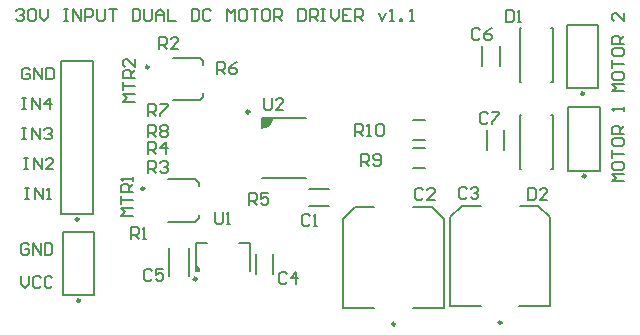
<source format=gbr>
G04*
G04 #@! TF.GenerationSoftware,Altium Limited,Altium Designer,23.3.1 (30)*
G04*
G04 Layer_Color=65535*
%FSLAX44Y44*%
%MOMM*%
G71*
G04*
G04 #@! TF.SameCoordinates,C21C2CC1-9CAE-44D3-A5A2-357AACA34620*
G04*
G04*
G04 #@! TF.FilePolarity,Positive*
G04*
G01*
G75*
%ADD10C,0.2500*%
%ADD11C,0.2000*%
%ADD12C,0.1651*%
%ADD13C,0.1270*%
%ADD14C,0.1500*%
G36*
X1017370Y646075D02*
X1020145D01*
Y648075D01*
X1018370Y649850D01*
X1017370Y646075D01*
D02*
G37*
G36*
X1073700Y776070D02*
X1073700Y776070D01*
X1082200D01*
Y772570D01*
X1077200Y767570D01*
X1073700D01*
Y776070D01*
D02*
G37*
D10*
X973780Y716120D02*
G03*
X973780Y716120I-1250J0D01*
G01*
X1018120Y639575D02*
G03*
X1018120Y639575I-1250J0D01*
G01*
X1276330Y602630D02*
G03*
X1276330Y602630I-1250J0D01*
G01*
X1186160Y601360D02*
G03*
X1186160Y601360I-1250J0D01*
G01*
X977590Y818990D02*
G03*
X977590Y818990I-1250J0D01*
G01*
X1062950Y781070D02*
G03*
X1062950Y781070I-1250J0D01*
G01*
X919460Y621380D02*
G03*
X919460Y621380I-1250J0D01*
G01*
X1346180Y796640D02*
G03*
X1346180Y796640I-1250J0D01*
G01*
X918190Y689960D02*
G03*
X918190Y689960I-1250J0D01*
G01*
X1347450Y726790D02*
G03*
X1347450Y726790I-1250J0D01*
G01*
D11*
X1073700Y767570D02*
G03*
X1082200Y776070I0J8500D01*
G01*
X994030Y688120D02*
X1017030D01*
X1020030Y691120D01*
Y694120D01*
X1020030Y718120D02*
Y721120D01*
X1017030Y724120D02*
X1020030Y721120D01*
X994030Y724120D02*
X1017030D01*
X1017370Y669850D02*
X1026870D01*
X1053870D02*
X1063370D01*
Y646075D02*
Y669850D01*
X1291330Y616630D02*
X1317580D01*
X1232580D02*
X1258830D01*
X1317580D02*
Y691630D01*
X1232580Y616630D02*
Y691630D01*
X1242580Y701630D01*
X1307580D02*
X1317580Y691630D01*
X1291580Y701630D02*
X1307580D01*
X1242580D02*
X1258580D01*
X1201160Y615360D02*
X1227410D01*
X1142410D02*
X1168660D01*
X1227410D02*
Y690360D01*
X1142410Y615360D02*
Y690360D01*
X1152410Y700360D01*
X1217410D02*
X1227410Y690360D01*
X1201410Y700360D02*
X1217410D01*
X1152410D02*
X1168410D01*
X997840Y790990D02*
X1020840D01*
X1023840Y793990D01*
Y796990D01*
X1023840Y820990D02*
Y823990D01*
X1020840Y826990D02*
X1023840Y823990D01*
X997840Y826990D02*
X1020840D01*
X994739Y641989D02*
Y666111D01*
X1011861Y641989D02*
Y666111D01*
X1068328Y644003D02*
Y660728D01*
X1083052Y644003D02*
Y660728D01*
X1113342Y716022D02*
X1130067D01*
X1113342Y701298D02*
X1130067D01*
X1073700Y776070D02*
X1110700D01*
X1073700Y725070D02*
X1110700D01*
X1073700Y767570D02*
Y776070D01*
X931660Y625880D02*
Y679680D01*
X904760Y625880D02*
X931660D01*
X904760D02*
Y679680D01*
X931660D01*
X1201516Y750221D02*
X1211484D01*
X1201516Y733139D02*
X1211484D01*
X1201516Y774351D02*
X1211484D01*
X1201516Y757269D02*
X1211484D01*
X1358380Y801140D02*
Y854940D01*
X1331480Y801140D02*
X1358380D01*
X1331480D02*
Y854940D01*
X1358380D01*
X1319510Y806310D02*
Y852310D01*
X1291610Y806310D02*
X1292810D01*
X1318310D02*
X1319510D01*
X1291610D02*
Y852310D01*
X1292810D01*
X1318310D02*
X1319510D01*
X1260098Y819678D02*
Y836402D01*
X1274822Y819678D02*
Y836402D01*
X930390Y694460D02*
Y824460D01*
X903490Y694460D02*
X930390D01*
X903490D02*
Y824460D01*
X930390D01*
X1359650Y731290D02*
Y785090D01*
X1332750Y731290D02*
X1359650D01*
X1332750D02*
Y785090D01*
X1359650D01*
X1319510Y732650D02*
Y778650D01*
X1291610Y732650D02*
X1292810D01*
X1318310D02*
X1319510D01*
X1291610D02*
Y778650D01*
X1292810D01*
X1318310D02*
X1319510D01*
X1263908Y748558D02*
Y765282D01*
X1278632Y748558D02*
Y765282D01*
X865600Y866311D02*
X867266Y867977D01*
X870598D01*
X872264Y866311D01*
Y864644D01*
X870598Y862978D01*
X868932D01*
X870598D01*
X872264Y861312D01*
Y859646D01*
X870598Y857980D01*
X867266D01*
X865600Y859646D01*
X875597Y866311D02*
X877263Y867977D01*
X880595D01*
X882261Y866311D01*
Y859646D01*
X880595Y857980D01*
X877263D01*
X875597Y859646D01*
Y866311D01*
X885594Y867977D02*
Y861312D01*
X888926Y857980D01*
X892258Y861312D01*
Y867977D01*
X905587D02*
X908919D01*
X907253D01*
Y857980D01*
X905587D01*
X908919D01*
X913918D02*
Y867977D01*
X920582Y857980D01*
Y867977D01*
X923914Y857980D02*
Y867977D01*
X928913D01*
X930579Y866311D01*
Y862978D01*
X928913Y861312D01*
X923914D01*
X933911Y867977D02*
Y859646D01*
X935577Y857980D01*
X938910D01*
X940576Y859646D01*
Y867977D01*
X943908D02*
X950573D01*
X947240D01*
Y857980D01*
X963902Y867977D02*
Y857980D01*
X968900D01*
X970566Y859646D01*
Y866311D01*
X968900Y867977D01*
X963902D01*
X973898D02*
Y859646D01*
X975565Y857980D01*
X978897D01*
X980563Y859646D01*
Y867977D01*
X983895Y857980D02*
Y864644D01*
X987227Y867977D01*
X990560Y864644D01*
Y857980D01*
Y862978D01*
X983895D01*
X993892Y867977D02*
Y857980D01*
X1000556D01*
X1013886Y867977D02*
Y857980D01*
X1018884D01*
X1020550Y859646D01*
Y866311D01*
X1018884Y867977D01*
X1013886D01*
X1030547Y866311D02*
X1028881Y867977D01*
X1025548D01*
X1023882Y866311D01*
Y859646D01*
X1025548Y857980D01*
X1028881D01*
X1030547Y859646D01*
X1043876Y857980D02*
Y867977D01*
X1047208Y864644D01*
X1050540Y867977D01*
Y857980D01*
X1058871Y867977D02*
X1055539D01*
X1053873Y866311D01*
Y859646D01*
X1055539Y857980D01*
X1058871D01*
X1060537Y859646D01*
Y866311D01*
X1058871Y867977D01*
X1063869D02*
X1070534D01*
X1067202D01*
Y857980D01*
X1078865Y867977D02*
X1075532D01*
X1073866Y866311D01*
Y859646D01*
X1075532Y857980D01*
X1078865D01*
X1080531Y859646D01*
Y866311D01*
X1078865Y867977D01*
X1083863Y857980D02*
Y867977D01*
X1088861D01*
X1090527Y866311D01*
Y862978D01*
X1088861Y861312D01*
X1083863D01*
X1087195D02*
X1090527Y857980D01*
X1103857Y867977D02*
Y857980D01*
X1108855D01*
X1110521Y859646D01*
Y866311D01*
X1108855Y867977D01*
X1103857D01*
X1113853Y857980D02*
Y867977D01*
X1118852D01*
X1120518Y866311D01*
Y862978D01*
X1118852Y861312D01*
X1113853D01*
X1117186D02*
X1120518Y857980D01*
X1123850Y867977D02*
X1127182D01*
X1125516D01*
Y857980D01*
X1123850D01*
X1127182D01*
X1132181Y867977D02*
Y861312D01*
X1135513Y857980D01*
X1138845Y861312D01*
Y867977D01*
X1148842D02*
X1142178D01*
Y857980D01*
X1148842D01*
X1142178Y862978D02*
X1145510D01*
X1152174Y857980D02*
Y867977D01*
X1157173D01*
X1158839Y866311D01*
Y862978D01*
X1157173Y861312D01*
X1152174D01*
X1155507D02*
X1158839Y857980D01*
X1172168Y864644D02*
X1175500Y857980D01*
X1178832Y864644D01*
X1182165Y857980D02*
X1185497D01*
X1183831D01*
Y867977D01*
X1182165Y866311D01*
X1190495Y857980D02*
Y859646D01*
X1192161D01*
Y857980D01*
X1190495D01*
X1198826D02*
X1202158D01*
X1200492D01*
Y867977D01*
X1198826Y866311D01*
X965740Y789400D02*
X955743D01*
X959075Y792732D01*
X955743Y796065D01*
X965740D01*
X955743Y799397D02*
Y806061D01*
Y802729D01*
X965740D01*
Y809394D02*
X955743D01*
Y814392D01*
X957409Y816058D01*
X960742D01*
X962408Y814392D01*
Y809394D01*
Y812726D02*
X965740Y816058D01*
Y826055D02*
Y819390D01*
X959075Y826055D01*
X957409D01*
X955743Y824389D01*
Y821057D01*
X957409Y819390D01*
X964470Y692880D02*
X954473D01*
X957805Y696212D01*
X954473Y699545D01*
X964470D01*
X954473Y702877D02*
Y709541D01*
Y706209D01*
X964470D01*
Y712874D02*
X954473D01*
Y717872D01*
X956139Y719538D01*
X959472D01*
X961138Y717872D01*
Y712874D01*
Y716206D02*
X964470Y719538D01*
Y722870D02*
Y726203D01*
Y724537D01*
X954473D01*
X956139Y722870D01*
X1379760Y798290D02*
X1369763D01*
X1373096Y801622D01*
X1369763Y804955D01*
X1379760D01*
X1369763Y813285D02*
Y809953D01*
X1371429Y808287D01*
X1378094D01*
X1379760Y809953D01*
Y813285D01*
X1378094Y814951D01*
X1371429D01*
X1369763Y813285D01*
Y818284D02*
Y824948D01*
Y821616D01*
X1379760D01*
X1369763Y833279D02*
Y829947D01*
X1371429Y828280D01*
X1378094D01*
X1379760Y829947D01*
Y833279D01*
X1378094Y834945D01*
X1371429D01*
X1369763Y833279D01*
X1379760Y838277D02*
X1369763D01*
Y843276D01*
X1371429Y844942D01*
X1374762D01*
X1376428Y843276D01*
Y838277D01*
Y841609D02*
X1379760Y844942D01*
Y864935D02*
Y858271D01*
X1373096Y864935D01*
X1371429D01*
X1369763Y863269D01*
Y859937D01*
X1371429Y858271D01*
X1379760Y722090D02*
X1369763D01*
X1373096Y725422D01*
X1369763Y728755D01*
X1379760D01*
X1369763Y737085D02*
Y733753D01*
X1371429Y732087D01*
X1378094D01*
X1379760Y733753D01*
Y737085D01*
X1378094Y738751D01*
X1371429D01*
X1369763Y737085D01*
Y742084D02*
Y748748D01*
Y745416D01*
X1379760D01*
X1369763Y757079D02*
Y753746D01*
X1371429Y752080D01*
X1378094D01*
X1379760Y753746D01*
Y757079D01*
X1378094Y758745D01*
X1371429D01*
X1369763Y757079D01*
X1379760Y762077D02*
X1369763D01*
Y767076D01*
X1371429Y768742D01*
X1374762D01*
X1376428Y767076D01*
Y762077D01*
Y765409D02*
X1379760Y768742D01*
Y782071D02*
Y785403D01*
Y783737D01*
X1369763D01*
X1371429Y782071D01*
X877345Y816781D02*
X875678Y818447D01*
X872346D01*
X870680Y816781D01*
Y810116D01*
X872346Y808450D01*
X875678D01*
X877345Y810116D01*
Y813448D01*
X874012D01*
X880677Y808450D02*
Y818447D01*
X887341Y808450D01*
Y818447D01*
X890674D02*
Y808450D01*
X895672D01*
X897338Y810116D01*
Y816781D01*
X895672Y818447D01*
X890674D01*
X870680Y793047D02*
X874012D01*
X872346D01*
Y783050D01*
X870680D01*
X874012D01*
X879011D02*
Y793047D01*
X885675Y783050D01*
Y793047D01*
X894006Y783050D02*
Y793047D01*
X889007Y788048D01*
X895672D01*
X870680Y767647D02*
X874012D01*
X872346D01*
Y757650D01*
X870680D01*
X874012D01*
X879011D02*
Y767647D01*
X885675Y757650D01*
Y767647D01*
X889007Y765981D02*
X890674Y767647D01*
X894006D01*
X895672Y765981D01*
Y764314D01*
X894006Y762648D01*
X892340D01*
X894006D01*
X895672Y760982D01*
Y759316D01*
X894006Y757650D01*
X890674D01*
X889007Y759316D01*
X871950Y742247D02*
X875282D01*
X873616D01*
Y732250D01*
X871950D01*
X875282D01*
X880281D02*
Y742247D01*
X886945Y732250D01*
Y742247D01*
X896942Y732250D02*
X890277D01*
X896942Y738914D01*
Y740581D01*
X895276Y742247D01*
X891944D01*
X890277Y740581D01*
X873220Y716847D02*
X876552D01*
X874886D01*
Y706850D01*
X873220D01*
X876552D01*
X881551D02*
Y716847D01*
X888215Y706850D01*
Y716847D01*
X891547Y706850D02*
X894880D01*
X893214D01*
Y716847D01*
X891547Y715181D01*
X876075Y668191D02*
X874408Y669857D01*
X871076D01*
X869410Y668191D01*
Y661526D01*
X871076Y659860D01*
X874408D01*
X876075Y661526D01*
Y664858D01*
X872742D01*
X879407Y659860D02*
Y669857D01*
X886071Y659860D01*
Y669857D01*
X889404D02*
Y659860D01*
X894402D01*
X896068Y661526D01*
Y668191D01*
X894402Y669857D01*
X889404D01*
X869410Y641917D02*
Y635252D01*
X872742Y631920D01*
X876075Y635252D01*
Y641917D01*
X886071Y640251D02*
X884405Y641917D01*
X881073D01*
X879407Y640251D01*
Y633586D01*
X881073Y631920D01*
X884405D01*
X886071Y633586D01*
X896068Y640251D02*
X894402Y641917D01*
X891070D01*
X889404Y640251D01*
Y633586D01*
X891070Y631920D01*
X894402D01*
X896068Y633586D01*
X1033465Y695878D02*
Y687548D01*
X1035132Y685882D01*
X1038464D01*
X1040130Y687548D01*
Y695878D01*
X1043462Y685882D02*
X1046795D01*
X1045128D01*
Y695878D01*
X1043462Y694212D01*
X1246744Y715802D02*
X1245078Y717468D01*
X1241746D01*
X1240079Y715802D01*
Y709138D01*
X1241746Y707472D01*
X1245078D01*
X1246744Y709138D01*
X1250076Y715802D02*
X1251742Y717468D01*
X1255074D01*
X1256741Y715802D01*
Y714136D01*
X1255074Y712470D01*
X1253408D01*
X1255074D01*
X1256741Y710804D01*
Y709138D01*
X1255074Y707472D01*
X1251742D01*
X1250076Y709138D01*
X1209914Y714532D02*
X1208248Y716198D01*
X1204915D01*
X1203249Y714532D01*
Y707868D01*
X1204915Y706202D01*
X1208248D01*
X1209914Y707868D01*
X1219911Y706202D02*
X1213246D01*
X1219911Y712866D01*
Y714532D01*
X1218244Y716198D01*
X1214912D01*
X1213246Y714532D01*
X1074979Y792398D02*
Y784068D01*
X1076646Y782402D01*
X1079978D01*
X1081644Y784068D01*
Y792398D01*
X1091641Y782402D02*
X1084976D01*
X1091641Y789066D01*
Y790732D01*
X1089975Y792398D01*
X1086642D01*
X1084976Y790732D01*
X1152094Y760812D02*
Y770808D01*
X1157092D01*
X1158758Y769142D01*
Y765810D01*
X1157092Y764144D01*
X1152094D01*
X1155426D02*
X1158758Y760812D01*
X1162091D02*
X1165423D01*
X1163757D01*
Y770808D01*
X1162091Y769142D01*
X1170422D02*
X1172088Y770808D01*
X1175420D01*
X1177086Y769142D01*
Y762478D01*
X1175420Y760812D01*
X1172088D01*
X1170422Y762478D01*
Y769142D01*
X1157529Y735412D02*
Y745408D01*
X1162528D01*
X1164194Y743742D01*
Y740410D01*
X1162528Y738744D01*
X1157529D01*
X1160862D02*
X1164194Y735412D01*
X1167526Y737078D02*
X1169192Y735412D01*
X1172524D01*
X1174191Y737078D01*
Y743742D01*
X1172524Y745408D01*
X1169192D01*
X1167526Y743742D01*
Y742076D01*
X1169192Y740410D01*
X1174191D01*
X1035609Y812882D02*
Y822878D01*
X1040608D01*
X1042274Y821212D01*
Y817880D01*
X1040608Y816214D01*
X1035609D01*
X1038942D02*
X1042274Y812882D01*
X1052271Y822878D02*
X1048938Y821212D01*
X1045606Y817880D01*
Y814548D01*
X1047272Y812882D01*
X1050604D01*
X1052271Y814548D01*
Y816214D01*
X1050604Y817880D01*
X1045606D01*
X1062279Y702392D02*
Y712388D01*
X1067278D01*
X1068944Y710722D01*
Y707390D01*
X1067278Y705724D01*
X1062279D01*
X1065612D02*
X1068944Y702392D01*
X1078941Y712388D02*
X1072276D01*
Y707390D01*
X1075608Y709056D01*
X1077274D01*
X1078941Y707390D01*
Y704058D01*
X1077274Y702392D01*
X1073942D01*
X1072276Y704058D01*
X986079Y834472D02*
Y844468D01*
X991078D01*
X992744Y842802D01*
Y839470D01*
X991078Y837804D01*
X986079D01*
X989412D02*
X992744Y834472D01*
X1002741D02*
X996076D01*
X1002741Y841136D01*
Y842802D01*
X1001075Y844468D01*
X997742D01*
X996076Y842802D01*
X962346Y673182D02*
Y683178D01*
X967344D01*
X969010Y681512D01*
Y678180D01*
X967344Y676514D01*
X962346D01*
X965678D02*
X969010Y673182D01*
X972342D02*
X975675D01*
X974008D01*
Y683178D01*
X972342Y681512D01*
X1298499Y716198D02*
Y706202D01*
X1303498D01*
X1305164Y707868D01*
Y714532D01*
X1303498Y716198D01*
X1298499D01*
X1315161Y706202D02*
X1308496D01*
X1315161Y712866D01*
Y714532D01*
X1313495Y716198D01*
X1310162D01*
X1308496Y714532D01*
X1279846Y867328D02*
Y857332D01*
X1284844D01*
X1286510Y858998D01*
Y865662D01*
X1284844Y867328D01*
X1279846D01*
X1289842Y857332D02*
X1293174D01*
X1291508D01*
Y867328D01*
X1289842Y865662D01*
X1264524Y779302D02*
X1262858Y780968D01*
X1259526D01*
X1257859Y779302D01*
Y772638D01*
X1259526Y770972D01*
X1262858D01*
X1264524Y772638D01*
X1267856Y780968D02*
X1274521D01*
Y779302D01*
X1267856Y772638D01*
Y770972D01*
X1258174Y850422D02*
X1256508Y852088D01*
X1253176D01*
X1251509Y850422D01*
Y843758D01*
X1253176Y842092D01*
X1256508D01*
X1258174Y843758D01*
X1268171Y852088D02*
X1264838Y850422D01*
X1261506Y847090D01*
Y843758D01*
X1263172Y842092D01*
X1266505D01*
X1268171Y843758D01*
Y845424D01*
X1266505Y847090D01*
X1261506D01*
X980044Y645952D02*
X978378Y647618D01*
X975045D01*
X973379Y645952D01*
Y639288D01*
X975045Y637622D01*
X978378D01*
X980044Y639288D01*
X990041Y647618D02*
X983376D01*
Y642620D01*
X986708Y644286D01*
X988374D01*
X990041Y642620D01*
Y639288D01*
X988374Y637622D01*
X985042D01*
X983376Y639288D01*
X1094344Y643412D02*
X1092678Y645078D01*
X1089345D01*
X1087679Y643412D01*
Y636748D01*
X1089345Y635082D01*
X1092678D01*
X1094344Y636748D01*
X1102674Y635082D02*
Y645078D01*
X1097676Y640080D01*
X1104341D01*
X1113790Y692942D02*
X1112124Y694608D01*
X1108792D01*
X1107125Y692942D01*
Y686278D01*
X1108792Y684612D01*
X1112124D01*
X1113790Y686278D01*
X1117122Y684612D02*
X1120454D01*
X1118788D01*
Y694608D01*
X1117122Y692942D01*
D12*
X1017370Y646075D02*
Y669850D01*
D13*
Y646075D02*
X1020145D01*
Y648075D01*
X1018370Y649850D02*
X1020145Y648075D01*
D14*
X977189Y759542D02*
Y769538D01*
X982188D01*
X983854Y767872D01*
Y764540D01*
X982188Y762874D01*
X977189D01*
X980522D02*
X983854Y759542D01*
X987186Y767872D02*
X988852Y769538D01*
X992185D01*
X993851Y767872D01*
Y766206D01*
X992185Y764540D01*
X993851Y762874D01*
Y761208D01*
X992185Y759542D01*
X988852D01*
X987186Y761208D01*
Y762874D01*
X988852Y764540D01*
X987186Y766206D01*
Y767872D01*
X988852Y764540D02*
X992185D01*
X977189Y777322D02*
Y787318D01*
X982188D01*
X983854Y785652D01*
Y782320D01*
X982188Y780654D01*
X977189D01*
X980522D02*
X983854Y777322D01*
X987186Y787318D02*
X993851D01*
Y785652D01*
X987186Y778988D01*
Y777322D01*
X976859Y745572D02*
Y755568D01*
X981858D01*
X983524Y753902D01*
Y750570D01*
X981858Y748904D01*
X976859D01*
X980192D02*
X983524Y745572D01*
X991854D02*
Y755568D01*
X986856Y750570D01*
X993521D01*
X977189Y729062D02*
Y739058D01*
X982188D01*
X983854Y737392D01*
Y734060D01*
X982188Y732394D01*
X977189D01*
X980522D02*
X983854Y729062D01*
X987186Y737392D02*
X988852Y739058D01*
X992185D01*
X993851Y737392D01*
Y735726D01*
X992185Y734060D01*
X990518D01*
X992185D01*
X993851Y732394D01*
Y730728D01*
X992185Y729062D01*
X988852D01*
X987186Y730728D01*
M02*

</source>
